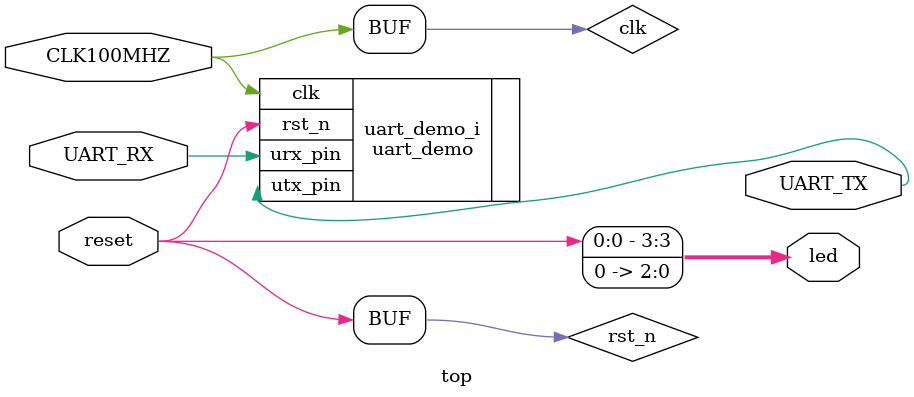
<source format=sv>
`include "svc.sv"

`include "uart_demo/uart_demo.sv"

module top (
    input  wire       CLK100MHZ,
    input  wire       reset,
    output wire [3:0] led,
    input  wire       UART_RX,
    output wire       UART_TX
);
  localparam CLOCK_FREQ = 100_000_000;
  localparam BAUD_RATE = 115_200;

  wire clk = CLK100MHZ;
  wire rst_n = reset;

  assign led[3] = reset;
  assign led[2] = 1'b0;
  assign led[1] = 1'b0;
  assign led[0] = 1'b0;

  assign clk    = CLK100MHZ;
  assign rst_n  = reset;

  uart_demo uart_demo_i (
      .clk    (clk),
      .rst_n  (rst_n),
      .urx_pin(UART_RX),
      .utx_pin(UART_TX)
  );

endmodule

</source>
